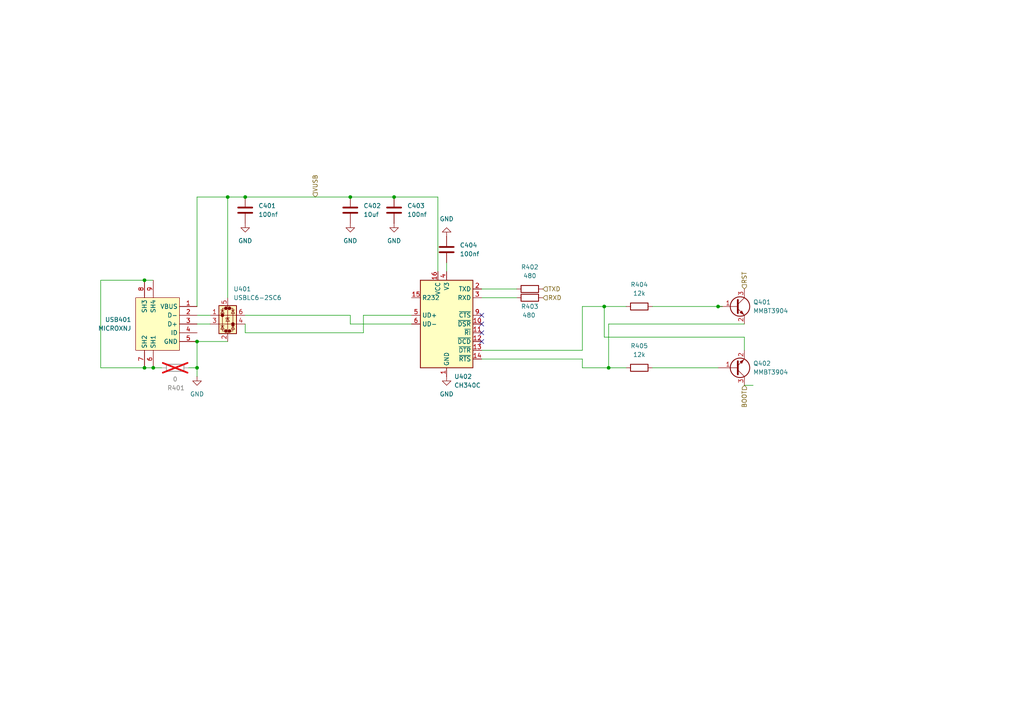
<source format=kicad_sch>
(kicad_sch (version 20231120) (generator "eeschema") (generator_version "8.0")
  (paper "A4")
  (lib_symbols
    (symbol "Device:C" (pin_numbers hide) (pin_names (offset 0.254))
      (property "Reference" "C" (at 0.635 2.54 0))
      (property "Value" "C" (at 0.635 -2.54 0))
      (symbol "C_0_1"
        (polyline (pts (xy -2.032 -0.762) (xy 2.032 -0.762)) (stroke (width 0.508)))
        (polyline (pts (xy -2.032 0.762) (xy 2.032 0.762)) (stroke (width 0.508)))
      )
      (symbol "C_1_1"
        (pin passive line (at 0 3.81 270) (length 2.794) (name "~") (number "1"))
        (pin passive line (at 0 -3.81 90) (length 2.794) (name "~") (number "2"))
      )
    )
    (symbol "Device:R" (pin_numbers hide) (pin_names (offset 0))
      (property "Reference" "R" (at 2.032 0 90))
      (property "Value" "R" (at 0 0 90))
      (symbol "R_0_1"
        (rectangle (start -1.016 -2.54) (end 1.016 2.54) (stroke (width 0.254)))
      )
      (symbol "R_1_1"
        (pin passive line (at 0 3.81 270) (length 1.27) (name "~") (number "1"))
        (pin passive line (at 0 -3.81 90) (length 1.27) (name "~") (number "2"))
      )
    )
    (symbol "Interface_USB:CH340C"
      (property "Reference" "U" (at -5.08 13.97 0))
      (property "Value" "CH340C" (at 1.27 13.97 0))
      (symbol "CH340C_0_1"
        (rectangle (start -7.62 12.7) (end 7.62 -12.7) (stroke (width 0.254)) (fill (type background)))
      )
      (symbol "CH340C_1_1"
        (pin power_in line (at 0 -15.24 90) (length 2.54) (name "GND") (number "1"))
        (pin input line (at 10.16 0 180) (length 2.54) (name "~{DSR}") (number "10"))
        (pin input line (at 10.16 -2.54 180) (length 2.54) (name "~{RI}") (number "11"))
        (pin input line (at 10.16 -5.08 180) (length 2.54) (name "~{DCD}") (number "12"))
        (pin output line (at 10.16 -7.62 180) (length 2.54) (name "~{DTR}") (number "13"))
        (pin output line (at 10.16 -10.16 180) (length 2.54) (name "~{RTS}") (number "14"))
        (pin input line (at -10.16 7.62 0) (length 2.54) (name "R232") (number "15"))
        (pin power_in line (at -2.54 15.24 270) (length 2.54) (name "VCC") (number "16"))
        (pin output line (at 10.16 10.16 180) (length 2.54) (name "TXD") (number "2"))
        (pin input line (at 10.16 7.62 180) (length 2.54) (name "RXD") (number "3"))
        (pin power_out line (at 0 15.24 270) (length 2.54) (name "V3") (number "4"))
        (pin bidirectional line (at -10.16 2.54 0) (length 2.54) (name "UD+") (number "5"))
        (pin bidirectional line (at -10.16 0 0) (length 2.54) (name "UD-") (number "6"))
        (pin no_connect line (at -7.62 -5.08 0) (length 2.54) hide (name "NC") (number "7"))
        (pin no_connect line (at -7.62 -7.62 0) (length 2.54) hide (name "NC") (number "8"))
        (pin input line (at 10.16 2.54 180) (length 2.54) (name "~{CTS}") (number "9"))
      )
    )
    (symbol "Power_Protection:USBLC6-2SC6" (pin_names hide)
      (property "Reference" "U" (at 0.635 5.715 0))
      (property "Value" "USBLC6-2SC6" (at 0.635 3.81 0))
      (symbol "USBLC6-2SC6_0_0"
        (circle (center -1.524 0) (radius 0.0001) (stroke (width 0.508)))
        (circle (center -0.508 -4.572) (radius 0.0001) (stroke (width 0.508)))
        (circle (center -0.508 2.032) (radius 0.0001) (stroke (width 0.508)))
        (circle (center 0.508 -4.572) (radius 0.0001) (stroke (width 0.508)))
        (circle (center 0.508 2.032) (radius 0.0001) (stroke (width 0.508)))
        (circle (center 1.524 -2.54) (radius 0.0001) (stroke (width 0.508)))
      )
      (symbol "USBLC6-2SC6_0_1"
        (polyline (pts (xy -2.54 -2.54) (xy 2.54 -2.54)))
        (polyline (pts (xy -2.54 0) (xy 2.54 0)))
        (polyline (pts (xy -2.032 -3.048) (xy -1.016 -3.048)))
        (polyline (pts (xy -1.016 1.524) (xy -2.032 1.524)))
        (polyline (pts (xy 1.016 -3.048) (xy 2.032 -3.048)))
        (polyline (pts (xy 1.016 1.524) (xy 2.032 1.524)))
        (polyline (pts (xy -0.508 -1.143) (xy -0.508 -0.762) (xy 0.508 -0.762)))
        (polyline (pts (xy -2.032 0.508) (xy -1.016 0.508) (xy -1.524 1.524) (xy -2.032 0.508)))
        (polyline (pts (xy -1.016 -4.064) (xy -2.032 -4.064) (xy -1.524 -3.048) (xy -1.016 -4.064)))
        (polyline (pts (xy 0.508 -1.778) (xy -0.508 -1.778) (xy 0 -0.762) (xy 0.508 -1.778)))
        (polyline (pts (xy 2.032 -4.064) (xy 1.016 -4.064) (xy 1.524 -3.048) (xy 2.032 -4.064)))
        (polyline (pts (xy 2.032 0.508) (xy 1.016 0.508) (xy 1.524 1.524) (xy 2.032 0.508)))
        (polyline (pts (xy 0 2.54) (xy -0.508 2.032) (xy 0.508 2.032) (xy 0 1.524) (xy 0 -4.064) (xy -0.508 -4.572) (xy 0.508 -4.572) (xy 0 -5.08)))
      )
      (symbol "USBLC6-2SC6_1_1"
        (rectangle (start -2.54 2.794) (end 2.54 -5.334) (stroke (width 0.254)) (fill (type background)))
        (polyline (pts (xy -0.508 2.032) (xy -1.524 2.032) (xy -1.524 -4.572) (xy -0.508 -4.572)))
        (polyline (pts (xy 0.508 -4.572) (xy 1.524 -4.572) (xy 1.524 2.032) (xy 0.508 2.032)))
        (pin passive line (at -5.08 0 0) (length 2.54) (name "I/O1") (number "1"))
        (pin passive line (at 0 -7.62 90) (length 2.54) (name "GND") (number "2"))
        (pin passive line (at -5.08 -2.54 0) (length 2.54) (name "I/O2") (number "3"))
        (pin passive line (at 5.08 -2.54 180) (length 2.54) (name "I/O2") (number "4"))
        (pin passive line (at 0 5.08 270) (length 2.54) (name "VBUS") (number "5"))
        (pin passive line (at 5.08 0 180) (length 2.54) (name "I/O1") (number "6"))
      )
    )
    (symbol "Transistor_BJT:MMBT3904" (pin_names (offset 0) hide)
      (property "Reference" "Q" (at 5.08 1.905 0))
      (property "Value" "MMBT3904" (at 5.08 0 0))
      (symbol "MMBT3904_0_1"
        (polyline (pts (xy 0.635 0.635) (xy 2.54 2.54)))
        (polyline (pts (xy 0.635 -0.635) (xy 2.54 -2.54) (xy 2.54 -2.54)))
        (polyline (pts (xy 0.635 1.905) (xy 0.635 -1.905) (xy 0.635 -1.905)) (stroke (width 0.508)))
        (polyline (pts (xy 1.27 -1.778) (xy 1.778 -1.27) (xy 2.286 -2.286) (xy 1.27 -1.778) (xy 1.27 -1.778)) (fill (type outline)))
        (circle (center 1.27 0) (radius 2.8194) (stroke (width 0.254)))
      )
      (symbol "MMBT3904_1_1"
        (pin input line (at -5.08 0 0) (length 5.715) (name "B") (number "1"))
        (pin passive line (at 2.54 -5.08 90) (length 2.54) (name "E") (number "2"))
        (pin passive line (at 2.54 5.08 270) (length 2.54) (name "C") (number "3"))
      )
    )
    (symbol "easyeda2kicad:MICROXNJ"
      (property "Reference" "USB" (at 0 17.78 0))
      (property "Value" "MICROXNJ" (at 0 -17.78 0))
      (symbol "MICROXNJ_0_1"
        (rectangle (start -5.08 7.62) (end 7.62 -7.62) (fill (type background)))
        (pin unspecified line (at -10.16 -5.08 0) (length 5.08) (name "VBUS") (number "1"))
        (pin unspecified line (at -10.16 -2.54 0) (length 5.08) (name "D-") (number "2"))
        (pin unspecified line (at -10.16 0 0) (length 5.08) (name "D+") (number "3"))
        (pin unspecified line (at -10.16 2.54 0) (length 5.08) (name "ID") (number "4"))
        (pin unspecified line (at -10.16 5.08 0) (length 5.08) (name "GND") (number "5"))
        (pin unspecified line (at 2.54 12.7 270) (length 5.08) (name "SH1") (number "6"))
        (pin unspecified line (at 5.08 12.7 270) (length 5.08) (name "SH2") (number "7"))
        (pin unspecified line (at 5.08 -12.7 90) (length 5.08) (name "SH3") (number "8"))
        (pin unspecified line (at 2.54 -12.7 90) (length 5.08) (name "SH4") (number "9"))
      )
    )
    (symbol "power:GND" (power) (pin_numbers hide) (pin_names (offset 0) hide)
      (property "Value" "GND" (at 0 -3.81 0))
      (symbol "GND_0_1"
        (polyline (pts (xy 0 0) (xy 0 -1.27) (xy 1.27 -1.27) (xy 0 -2.54) (xy -1.27 -1.27) (xy 0 -1.27)))
      )
      (symbol "GND_1_1"
        (pin power_in line (at 0 0 270) (length 0) (name "~") (number "1"))
      )
    )
  )
  (junction (at 44.45 106.68))
  (junction (at 176.53 106.68))
  (junction (at 66.04 57.15))
  (junction (at 114.3 57.15))
  (junction (at 175.26 88.9))
  (junction (at 57.15 106.68))
  (junction (at 41.91 106.68))
  (junction (at 71.12 57.15))
  (junction (at 101.6 57.15))
  (junction (at 208.28 88.9))
  (junction (at 41.91 81.28))
  (junction (at 57.15 99.06))
  (no_connect (at 139.7 99.06))
  (no_connect (at 139.7 91.44))
  (no_connect (at 139.7 93.98))
  (no_connect (at 139.7 96.52))
  (wire (pts (xy 114.3 57.15) (xy 127 57.15)))
  (wire (pts (xy 139.7 83.82) (xy 149.86 83.82)))
  (wire (pts (xy 129.54 76.2) (xy 129.54 78.74)))
  (wire (pts (xy 101.6 93.98) (xy 119.38 93.98)))
  (wire (pts (xy 54.61 106.68) (xy 57.15 106.68)))
  (wire (pts (xy 57.15 57.15) (xy 66.04 57.15)))
  (wire (pts (xy 168.91 88.9) (xy 175.26 88.9)))
  (wire (pts (xy 71.12 57.15) (xy 101.6 57.15)))
  (wire (pts (xy 57.15 99.06) (xy 57.15 106.68)))
  (wire (pts (xy 139.7 104.14) (xy 168.91 104.14)))
  (wire (pts (xy 215.9 97.79) (xy 175.26 97.79)))
  (wire (pts (xy 29.21 81.28) (xy 29.21 106.68)))
  (wire (pts (xy 175.26 88.9) (xy 181.61 88.9)))
  (wire (pts (xy 29.21 106.68) (xy 41.91 106.68)))
  (wire (pts (xy 71.12 96.52) (xy 105.41 96.52)))
  (wire (pts (xy 139.7 86.36) (xy 149.86 86.36)))
  (wire (pts (xy 176.53 106.68) (xy 181.61 106.68)))
  (wire (pts (xy 215.9 111.76) (xy 218.44 111.76)))
  (wire (pts (xy 60.96 93.98) (xy 57.15 93.98)))
  (wire (pts (xy 71.12 93.98) (xy 71.12 96.52)))
  (wire (pts (xy 101.6 57.15) (xy 114.3 57.15)))
  (wire (pts (xy 41.91 106.68) (xy 44.45 106.68)))
  (wire (pts (xy 176.53 93.98) (xy 176.53 106.68)))
  (wire (pts (xy 175.26 97.79) (xy 175.26 88.9)))
  (wire (pts (xy 60.96 91.44) (xy 57.15 91.44)))
  (wire (pts (xy 208.28 88.9) (xy 209.55 88.9)))
  (wire (pts (xy 215.9 101.6) (xy 215.9 97.79)))
  (wire (pts (xy 57.15 57.15) (xy 57.15 88.9)))
  (wire (pts (xy 139.7 101.6) (xy 168.91 101.6)))
  (wire (pts (xy 189.23 88.9) (xy 208.28 88.9)))
  (wire (pts (xy 215.9 93.98) (xy 176.53 93.98)))
  (wire (pts (xy 168.91 88.9) (xy 168.91 101.6)))
  (wire (pts (xy 105.41 96.52) (xy 105.41 91.44)))
  (wire (pts (xy 66.04 57.15) (xy 66.04 86.36)))
  (wire (pts (xy 168.91 106.68) (xy 176.53 106.68)))
  (wire (pts (xy 41.91 81.28) (xy 29.21 81.28)))
  (wire (pts (xy 105.41 91.44) (xy 119.38 91.44)))
  (wire (pts (xy 57.15 106.68) (xy 57.15 109.22)))
  (wire (pts (xy 127 57.15) (xy 127 78.74)))
  (wire (pts (xy 71.12 91.44) (xy 101.6 91.44)))
  (wire (pts (xy 66.04 57.15) (xy 71.12 57.15)))
  (wire (pts (xy 189.23 106.68) (xy 208.28 106.68)))
  (wire (pts (xy 44.45 106.68) (xy 46.99 106.68)))
  (wire (pts (xy 41.91 81.28) (xy 44.45 81.28)))
  (wire (pts (xy 57.15 99.06) (xy 66.04 99.06)))
  (wire (pts (xy 101.6 91.44) (xy 101.6 93.98)))
  (wire (pts (xy 168.91 104.14) (xy 168.91 106.68)))
  (hierarchical_label "BOOT" (shape input) (at 215.9 111.76 270))
  (hierarchical_label "RST" (shape input) (at 215.9 83.82 90))
  (hierarchical_label "RXD" (shape input) (at 157.48 86.36 0))
  (hierarchical_label "TXD" (shape input) (at 157.48 83.82 0))
  (hierarchical_label "VUSB" (shape input) (at 91.44 57.15 90))
  (symbol (lib_id "power:GND") (at 101.6 64.77 0) (unit 1)
    (property "Reference" "#PWR0403" (effects (hide yes)))
    (property "Value" "GND" (at 101.6 69.85 0))
    (property "Description" "Power symbol creates a global label with name \"GND\" , ground" (effects (hide yes)))
  )
  (symbol (lib_id "Device:C") (at 129.54 72.39 0) (unit 1)
    (property "Reference" "C404" (at 133.35 71.1199 0) (effects (justify left)))
    (property "Value" "100nf" (at 133.35 73.6599 0) (effects (justify left)))
    (property "Footprint" "Capacitor_SMD:C_0603_1608Metric" (effects (hide yes)))
    (property "Description" "Unpolarized capacitor" (effects (hide yes)))
  )
  (symbol (lib_id "Interface_USB:CH340C") (at 129.54 93.98 0) (unit 1)
    (property "Reference" "U402" (at 131.7341 109.22 0) (effects (justify left)))
    (property "Value" "CH340C" (at 131.7341 111.76 0) (effects (justify left)))
    (property "Footprint" "Package_SO:SOIC-16_3.9x9.9mm_P1.27mm" (effects (hide yes)))
    (property "Datasheet" "https://datasheet.lcsc.com/szlcsc/Jiangsu-Qin-Heng-CH340C_C84681.pdf" (effects (hide yes)))
    (property "Description" "USB serial converter, crystal-less, UART, SOIC-16" (effects (hide yes)))
  )
  (symbol (lib_id "Device:R") (at 153.67 83.82 90) (unit 1)
    (property "Reference" "R402" (at 153.67 77.47 90))
    (property "Value" "480" (at 153.67 80.01 90))
    (property "Footprint" "Resistor_SMD:R_0603_1608Metric" (effects (hide yes)))
    (property "Description" "Resistor" (effects (hide yes)))
  )
  (symbol (lib_id "Device:R") (at 185.42 88.9 270) (unit 1)
    (property "Reference" "R404" (at 185.42 82.55 90))
    (property "Value" "12k" (at 185.42 85.09 90))
    (property "Footprint" "Resistor_SMD:R_0603_1608Metric" (effects (hide yes)))
    (property "Description" "Resistor" (effects (hide yes)))
  )
  (symbol (lib_id "Power_Protection:USBLC6-2SC6") (at 66.04 91.44 0) (unit 1)
    (property "Reference" "U401" (at 67.6911 83.82 0) (effects (justify left)))
    (property "Value" "USBLC6-2SC6" (at 67.6911 86.36 0) (effects (justify left)))
    (property "Footprint" "Package_TO_SOT_SMD:SOT-23-6" (effects (hide yes)))
    (property "Datasheet" "https://www.st.com/resource/en/datasheet/usblc6-2.pdf" (effects (hide yes)))
    (property "Description" "Very low capacitance ESD protection diode, 2 data-line, SOT-23-6" (effects (hide yes)))
  )
  (symbol (lib_id "power:GND") (at 129.54 109.22 0) (unit 1)
    (property "Reference" "#PWR0406" (effects (hide yes)))
    (property "Value" "GND" (at 129.54 114.3 0))
    (property "Description" "Power symbol creates a global label with name \"GND\" , ground" (effects (hide yes)))
  )
  (symbol (lib_id "power:GND") (at 114.3 64.77 0) (unit 1)
    (property "Reference" "#PWR0404" (effects (hide yes)))
    (property "Value" "GND" (at 114.3 69.85 0))
    (property "Description" "Power symbol creates a global label with name \"GND\" , ground" (effects (hide yes)))
  )
  (symbol (lib_id "power:GND") (at 57.15 109.22 0) (unit 1)
    (property "Reference" "#PWR0401" (effects (hide yes)))
    (property "Value" "GND" (at 57.15 114.3 0))
    (property "Description" "Power symbol creates a global label with name \"GND\" , ground" (effects (hide yes)))
  )
  (symbol (lib_id "power:GND") (at 71.12 64.77 0) (unit 1)
    (property "Reference" "#PWR0402" (effects (hide yes)))
    (property "Value" "GND" (at 71.12 69.85 0))
    (property "Description" "Power symbol creates a global label with name \"GND\" , ground" (effects (hide yes)))
  )
  (symbol (lib_id "Device:C") (at 71.12 60.96 0) (unit 1)
    (property "Reference" "C401" (at 74.93 59.6899 0) (effects (justify left)))
    (property "Value" "100nf" (at 74.93 62.2299 0) (effects (justify left)))
    (property "Footprint" "Capacitor_SMD:C_0603_1608Metric" (effects (hide yes)))
    (property "Description" "Unpolarized capacitor" (effects (hide yes)))
  )
  (symbol (lib_id "Transistor_BJT:MMBT3904") (at 213.36 88.9 0) (unit 1)
    (property "Reference" "Q401" (at 218.44 87.6299 0) (effects (justify left)))
    (property "Value" "MMBT3904" (at 218.44 90.1699 0) (effects (justify left)))
    (property "Footprint" "Package_TO_SOT_SMD:SOT-23" (effects (hide yes)))
    (property "Datasheet" "https://www.onsemi.com/pdf/datasheet/pzt3904-d.pdf" (effects (hide yes)))
    (property "Description" "0.2A Ic, 40V Vce, Small Signal NPN Transistor, SOT-23" (effects (hide yes)))
  )
  (symbol (lib_id "Device:R") (at 50.8 106.68 90) (unit 1) (in_bom no) (dnp yes)
    (property "Reference" "R401" (at 51.054 112.522 90))
    (property "Value" "0" (at 50.8 109.982 90))
    (property "Footprint" "Resistor_SMD:R_0603_1608Metric" (effects (hide yes)))
    (property "Description" "Resistor" (effects (hide yes)))
  )
  (symbol (lib_id "Device:C") (at 114.3 60.96 0) (unit 1)
    (property "Reference" "C403" (at 118.11 59.6899 0) (effects (justify left)))
    (property "Value" "100nf" (at 118.11 62.2299 0) (effects (justify left)))
    (property "Footprint" "Capacitor_SMD:C_0603_1608Metric" (effects (hide yes)))
    (property "Description" "Unpolarized capacitor" (effects (hide yes)))
  )
  (symbol (lib_id "easyeda2kicad:MICROXNJ") (at 46.99 93.98 180) (unit 1)
    (property "Reference" "USB401" (at 38.1 92.7099 0) (effects (justify left)))
    (property "Value" "MICROXNJ" (at 38.1 95.2499 0) (effects (justify left)))
    (property "Footprint" "easyeda2kicad:MICRO-USB-SMD_MICROXNJ" (effects (hide yes)))
    (property "Datasheet" "https://lcsc.com/product-detail/USB-Connectors_SHOU-HAN-MicroXNJ_C404969.html" (effects (hide yes)))
    (property "LCSC Part" "C404969" (effects (hide yes)))
  )
  (symbol (lib_id "Transistor_BJT:MMBT3904") (at 213.36 106.68 0) (mirror x) (unit 1)
    (property "Reference" "Q402" (at 218.44 105.4099 0) (effects (justify left)))
    (property "Value" "MMBT3904" (at 218.44 107.9499 0) (effects (justify left)))
    (property "Footprint" "Package_TO_SOT_SMD:SOT-23" (effects (hide yes)))
    (property "Datasheet" "https://www.onsemi.com/pdf/datasheet/pzt3904-d.pdf" (effects (hide yes)))
    (property "Description" "0.2A Ic, 40V Vce, Small Signal NPN Transistor, SOT-23" (effects (hide yes)))
  )
  (symbol (lib_id "Device:C") (at 101.6 60.96 0) (unit 1)
    (property "Reference" "C402" (at 105.41 59.6899 0) (effects (justify left)))
    (property "Value" "10uf" (at 105.41 62.2299 0) (effects (justify left)))
    (property "Footprint" "Capacitor_SMD:C_0603_1608Metric" (effects (hide yes)))
    (property "Description" "Unpolarized capacitor" (effects (hide yes)))
  )
  (symbol (lib_id "Device:R") (at 185.42 106.68 270) (unit 1)
    (property "Reference" "R405" (at 185.42 100.33 90))
    (property "Value" "12k" (at 185.42 102.87 90))
    (property "Footprint" "Resistor_SMD:R_0603_1608Metric" (effects (hide yes)))
    (property "Description" "Resistor" (effects (hide yes)))
  )
  (symbol (lib_id "Device:R") (at 153.67 86.36 270) (unit 1)
    (property "Reference" "R403" (at 153.67 88.9 90))
    (property "Value" "480" (at 153.416 91.44 90))
    (property "Footprint" "Resistor_SMD:R_0603_1608Metric" (effects (hide yes)))
    (property "Description" "Resistor" (effects (hide yes)))
  )
  (symbol (lib_id "power:GND") (at 129.54 68.58 180) (unit 1)
    (property "Reference" "#PWR0405" (effects (hide yes)))
    (property "Value" "GND" (at 129.54 63.5 0))
    (property "Description" "Power symbol creates a global label with name \"GND\" , ground" (effects (hide yes)))
  )
)
</source>
